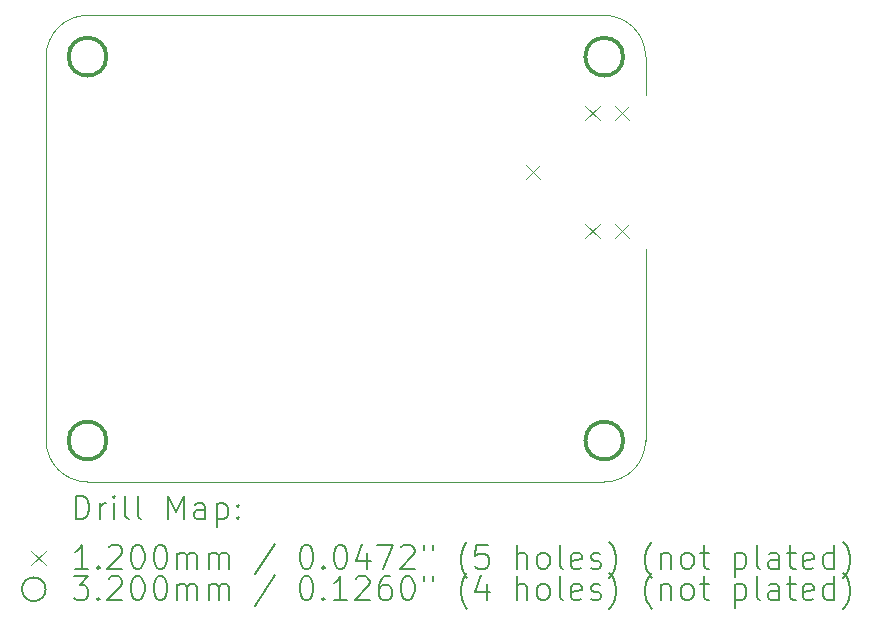
<source format=gbr>
%TF.GenerationSoftware,KiCad,Pcbnew,(6.0.7-1)-1*%
%TF.CreationDate,2022-08-15T15:41:15-06:00*%
%TF.ProjectId,bpf,6270662e-6b69-4636-9164-5f7063625858,1*%
%TF.SameCoordinates,Original*%
%TF.FileFunction,Drillmap*%
%TF.FilePolarity,Positive*%
%FSLAX45Y45*%
G04 Gerber Fmt 4.5, Leading zero omitted, Abs format (unit mm)*
G04 Created by KiCad (PCBNEW (6.0.7-1)-1) date 2022-08-15 15:41:15*
%MOMM*%
%LPD*%
G01*
G04 APERTURE LIST*
%ADD10C,0.100000*%
%ADD11C,0.200000*%
%ADD12C,0.120000*%
%ADD13C,0.320000*%
G04 APERTURE END LIST*
D10*
X12575000Y-9400000D02*
G75*
G03*
X12225000Y-9050000I-350000J0D01*
G01*
X12575000Y-9400000D02*
X12575000Y-9725000D01*
X7850000Y-13000000D02*
X12225000Y-13000000D01*
X7850000Y-9050000D02*
G75*
G03*
X7500000Y-9400000I0J-350000D01*
G01*
X12575000Y-11025000D02*
X12575000Y-12650000D01*
X12225000Y-13000000D02*
G75*
G03*
X12575000Y-12650000I0J350000D01*
G01*
X7500000Y-12650000D02*
G75*
G03*
X7850000Y-13000000I350000J0D01*
G01*
X12225000Y-9050000D02*
X7850000Y-9050000D01*
X7500000Y-9400000D02*
X7500000Y-12650000D01*
D11*
D12*
X11565000Y-10315000D02*
X11685000Y-10435000D01*
X11685000Y-10315000D02*
X11565000Y-10435000D01*
X12065000Y-9815000D02*
X12185000Y-9935000D01*
X12185000Y-9815000D02*
X12065000Y-9935000D01*
X12065000Y-10815000D02*
X12185000Y-10935000D01*
X12185000Y-10815000D02*
X12065000Y-10935000D01*
X12315000Y-9815000D02*
X12435000Y-9935000D01*
X12435000Y-9815000D02*
X12315000Y-9935000D01*
X12315000Y-10815000D02*
X12435000Y-10935000D01*
X12435000Y-10815000D02*
X12315000Y-10935000D01*
D13*
X8010000Y-9400000D02*
G75*
G03*
X8010000Y-9400000I-160000J0D01*
G01*
X8010000Y-12650000D02*
G75*
G03*
X8010000Y-12650000I-160000J0D01*
G01*
X12385000Y-9400000D02*
G75*
G03*
X12385000Y-9400000I-160000J0D01*
G01*
X12385000Y-12650000D02*
G75*
G03*
X12385000Y-12650000I-160000J0D01*
G01*
D11*
X7752619Y-13315476D02*
X7752619Y-13115476D01*
X7800238Y-13115476D01*
X7828809Y-13125000D01*
X7847857Y-13144048D01*
X7857381Y-13163095D01*
X7866905Y-13201190D01*
X7866905Y-13229762D01*
X7857381Y-13267857D01*
X7847857Y-13286905D01*
X7828809Y-13305952D01*
X7800238Y-13315476D01*
X7752619Y-13315476D01*
X7952619Y-13315476D02*
X7952619Y-13182143D01*
X7952619Y-13220238D02*
X7962143Y-13201190D01*
X7971667Y-13191667D01*
X7990714Y-13182143D01*
X8009762Y-13182143D01*
X8076428Y-13315476D02*
X8076428Y-13182143D01*
X8076428Y-13115476D02*
X8066905Y-13125000D01*
X8076428Y-13134524D01*
X8085952Y-13125000D01*
X8076428Y-13115476D01*
X8076428Y-13134524D01*
X8200238Y-13315476D02*
X8181190Y-13305952D01*
X8171667Y-13286905D01*
X8171667Y-13115476D01*
X8305000Y-13315476D02*
X8285952Y-13305952D01*
X8276428Y-13286905D01*
X8276428Y-13115476D01*
X8533571Y-13315476D02*
X8533571Y-13115476D01*
X8600238Y-13258333D01*
X8666905Y-13115476D01*
X8666905Y-13315476D01*
X8847857Y-13315476D02*
X8847857Y-13210714D01*
X8838333Y-13191667D01*
X8819286Y-13182143D01*
X8781190Y-13182143D01*
X8762143Y-13191667D01*
X8847857Y-13305952D02*
X8828810Y-13315476D01*
X8781190Y-13315476D01*
X8762143Y-13305952D01*
X8752619Y-13286905D01*
X8752619Y-13267857D01*
X8762143Y-13248809D01*
X8781190Y-13239286D01*
X8828810Y-13239286D01*
X8847857Y-13229762D01*
X8943095Y-13182143D02*
X8943095Y-13382143D01*
X8943095Y-13191667D02*
X8962143Y-13182143D01*
X9000238Y-13182143D01*
X9019286Y-13191667D01*
X9028810Y-13201190D01*
X9038333Y-13220238D01*
X9038333Y-13277381D01*
X9028810Y-13296428D01*
X9019286Y-13305952D01*
X9000238Y-13315476D01*
X8962143Y-13315476D01*
X8943095Y-13305952D01*
X9124048Y-13296428D02*
X9133571Y-13305952D01*
X9124048Y-13315476D01*
X9114524Y-13305952D01*
X9124048Y-13296428D01*
X9124048Y-13315476D01*
X9124048Y-13191667D02*
X9133571Y-13201190D01*
X9124048Y-13210714D01*
X9114524Y-13201190D01*
X9124048Y-13191667D01*
X9124048Y-13210714D01*
D12*
X7375000Y-13585000D02*
X7495000Y-13705000D01*
X7495000Y-13585000D02*
X7375000Y-13705000D01*
D11*
X7857381Y-13735476D02*
X7743095Y-13735476D01*
X7800238Y-13735476D02*
X7800238Y-13535476D01*
X7781190Y-13564048D01*
X7762143Y-13583095D01*
X7743095Y-13592619D01*
X7943095Y-13716428D02*
X7952619Y-13725952D01*
X7943095Y-13735476D01*
X7933571Y-13725952D01*
X7943095Y-13716428D01*
X7943095Y-13735476D01*
X8028809Y-13554524D02*
X8038333Y-13545000D01*
X8057381Y-13535476D01*
X8105000Y-13535476D01*
X8124048Y-13545000D01*
X8133571Y-13554524D01*
X8143095Y-13573571D01*
X8143095Y-13592619D01*
X8133571Y-13621190D01*
X8019286Y-13735476D01*
X8143095Y-13735476D01*
X8266905Y-13535476D02*
X8285952Y-13535476D01*
X8305000Y-13545000D01*
X8314524Y-13554524D01*
X8324048Y-13573571D01*
X8333571Y-13611667D01*
X8333571Y-13659286D01*
X8324048Y-13697381D01*
X8314524Y-13716428D01*
X8305000Y-13725952D01*
X8285952Y-13735476D01*
X8266905Y-13735476D01*
X8247857Y-13725952D01*
X8238333Y-13716428D01*
X8228809Y-13697381D01*
X8219286Y-13659286D01*
X8219286Y-13611667D01*
X8228809Y-13573571D01*
X8238333Y-13554524D01*
X8247857Y-13545000D01*
X8266905Y-13535476D01*
X8457381Y-13535476D02*
X8476429Y-13535476D01*
X8495476Y-13545000D01*
X8505000Y-13554524D01*
X8514524Y-13573571D01*
X8524048Y-13611667D01*
X8524048Y-13659286D01*
X8514524Y-13697381D01*
X8505000Y-13716428D01*
X8495476Y-13725952D01*
X8476429Y-13735476D01*
X8457381Y-13735476D01*
X8438333Y-13725952D01*
X8428810Y-13716428D01*
X8419286Y-13697381D01*
X8409762Y-13659286D01*
X8409762Y-13611667D01*
X8419286Y-13573571D01*
X8428810Y-13554524D01*
X8438333Y-13545000D01*
X8457381Y-13535476D01*
X8609762Y-13735476D02*
X8609762Y-13602143D01*
X8609762Y-13621190D02*
X8619286Y-13611667D01*
X8638333Y-13602143D01*
X8666905Y-13602143D01*
X8685952Y-13611667D01*
X8695476Y-13630714D01*
X8695476Y-13735476D01*
X8695476Y-13630714D02*
X8705000Y-13611667D01*
X8724048Y-13602143D01*
X8752619Y-13602143D01*
X8771667Y-13611667D01*
X8781190Y-13630714D01*
X8781190Y-13735476D01*
X8876429Y-13735476D02*
X8876429Y-13602143D01*
X8876429Y-13621190D02*
X8885952Y-13611667D01*
X8905000Y-13602143D01*
X8933571Y-13602143D01*
X8952619Y-13611667D01*
X8962143Y-13630714D01*
X8962143Y-13735476D01*
X8962143Y-13630714D02*
X8971667Y-13611667D01*
X8990714Y-13602143D01*
X9019286Y-13602143D01*
X9038333Y-13611667D01*
X9047857Y-13630714D01*
X9047857Y-13735476D01*
X9438333Y-13525952D02*
X9266905Y-13783095D01*
X9695476Y-13535476D02*
X9714524Y-13535476D01*
X9733571Y-13545000D01*
X9743095Y-13554524D01*
X9752619Y-13573571D01*
X9762143Y-13611667D01*
X9762143Y-13659286D01*
X9752619Y-13697381D01*
X9743095Y-13716428D01*
X9733571Y-13725952D01*
X9714524Y-13735476D01*
X9695476Y-13735476D01*
X9676429Y-13725952D01*
X9666905Y-13716428D01*
X9657381Y-13697381D01*
X9647857Y-13659286D01*
X9647857Y-13611667D01*
X9657381Y-13573571D01*
X9666905Y-13554524D01*
X9676429Y-13545000D01*
X9695476Y-13535476D01*
X9847857Y-13716428D02*
X9857381Y-13725952D01*
X9847857Y-13735476D01*
X9838333Y-13725952D01*
X9847857Y-13716428D01*
X9847857Y-13735476D01*
X9981190Y-13535476D02*
X10000238Y-13535476D01*
X10019286Y-13545000D01*
X10028810Y-13554524D01*
X10038333Y-13573571D01*
X10047857Y-13611667D01*
X10047857Y-13659286D01*
X10038333Y-13697381D01*
X10028810Y-13716428D01*
X10019286Y-13725952D01*
X10000238Y-13735476D01*
X9981190Y-13735476D01*
X9962143Y-13725952D01*
X9952619Y-13716428D01*
X9943095Y-13697381D01*
X9933571Y-13659286D01*
X9933571Y-13611667D01*
X9943095Y-13573571D01*
X9952619Y-13554524D01*
X9962143Y-13545000D01*
X9981190Y-13535476D01*
X10219286Y-13602143D02*
X10219286Y-13735476D01*
X10171667Y-13525952D02*
X10124048Y-13668809D01*
X10247857Y-13668809D01*
X10305000Y-13535476D02*
X10438333Y-13535476D01*
X10352619Y-13735476D01*
X10505000Y-13554524D02*
X10514524Y-13545000D01*
X10533571Y-13535476D01*
X10581190Y-13535476D01*
X10600238Y-13545000D01*
X10609762Y-13554524D01*
X10619286Y-13573571D01*
X10619286Y-13592619D01*
X10609762Y-13621190D01*
X10495476Y-13735476D01*
X10619286Y-13735476D01*
X10695476Y-13535476D02*
X10695476Y-13573571D01*
X10771667Y-13535476D02*
X10771667Y-13573571D01*
X11066905Y-13811667D02*
X11057381Y-13802143D01*
X11038333Y-13773571D01*
X11028810Y-13754524D01*
X11019286Y-13725952D01*
X11009762Y-13678333D01*
X11009762Y-13640238D01*
X11019286Y-13592619D01*
X11028810Y-13564048D01*
X11038333Y-13545000D01*
X11057381Y-13516428D01*
X11066905Y-13506905D01*
X11238333Y-13535476D02*
X11143095Y-13535476D01*
X11133571Y-13630714D01*
X11143095Y-13621190D01*
X11162143Y-13611667D01*
X11209762Y-13611667D01*
X11228809Y-13621190D01*
X11238333Y-13630714D01*
X11247857Y-13649762D01*
X11247857Y-13697381D01*
X11238333Y-13716428D01*
X11228809Y-13725952D01*
X11209762Y-13735476D01*
X11162143Y-13735476D01*
X11143095Y-13725952D01*
X11133571Y-13716428D01*
X11485952Y-13735476D02*
X11485952Y-13535476D01*
X11571667Y-13735476D02*
X11571667Y-13630714D01*
X11562143Y-13611667D01*
X11543095Y-13602143D01*
X11514524Y-13602143D01*
X11495476Y-13611667D01*
X11485952Y-13621190D01*
X11695476Y-13735476D02*
X11676428Y-13725952D01*
X11666905Y-13716428D01*
X11657381Y-13697381D01*
X11657381Y-13640238D01*
X11666905Y-13621190D01*
X11676428Y-13611667D01*
X11695476Y-13602143D01*
X11724048Y-13602143D01*
X11743095Y-13611667D01*
X11752619Y-13621190D01*
X11762143Y-13640238D01*
X11762143Y-13697381D01*
X11752619Y-13716428D01*
X11743095Y-13725952D01*
X11724048Y-13735476D01*
X11695476Y-13735476D01*
X11876428Y-13735476D02*
X11857381Y-13725952D01*
X11847857Y-13706905D01*
X11847857Y-13535476D01*
X12028809Y-13725952D02*
X12009762Y-13735476D01*
X11971667Y-13735476D01*
X11952619Y-13725952D01*
X11943095Y-13706905D01*
X11943095Y-13630714D01*
X11952619Y-13611667D01*
X11971667Y-13602143D01*
X12009762Y-13602143D01*
X12028809Y-13611667D01*
X12038333Y-13630714D01*
X12038333Y-13649762D01*
X11943095Y-13668809D01*
X12114524Y-13725952D02*
X12133571Y-13735476D01*
X12171667Y-13735476D01*
X12190714Y-13725952D01*
X12200238Y-13706905D01*
X12200238Y-13697381D01*
X12190714Y-13678333D01*
X12171667Y-13668809D01*
X12143095Y-13668809D01*
X12124048Y-13659286D01*
X12114524Y-13640238D01*
X12114524Y-13630714D01*
X12124048Y-13611667D01*
X12143095Y-13602143D01*
X12171667Y-13602143D01*
X12190714Y-13611667D01*
X12266905Y-13811667D02*
X12276428Y-13802143D01*
X12295476Y-13773571D01*
X12305000Y-13754524D01*
X12314524Y-13725952D01*
X12324048Y-13678333D01*
X12324048Y-13640238D01*
X12314524Y-13592619D01*
X12305000Y-13564048D01*
X12295476Y-13545000D01*
X12276428Y-13516428D01*
X12266905Y-13506905D01*
X12628809Y-13811667D02*
X12619286Y-13802143D01*
X12600238Y-13773571D01*
X12590714Y-13754524D01*
X12581190Y-13725952D01*
X12571667Y-13678333D01*
X12571667Y-13640238D01*
X12581190Y-13592619D01*
X12590714Y-13564048D01*
X12600238Y-13545000D01*
X12619286Y-13516428D01*
X12628809Y-13506905D01*
X12705000Y-13602143D02*
X12705000Y-13735476D01*
X12705000Y-13621190D02*
X12714524Y-13611667D01*
X12733571Y-13602143D01*
X12762143Y-13602143D01*
X12781190Y-13611667D01*
X12790714Y-13630714D01*
X12790714Y-13735476D01*
X12914524Y-13735476D02*
X12895476Y-13725952D01*
X12885952Y-13716428D01*
X12876428Y-13697381D01*
X12876428Y-13640238D01*
X12885952Y-13621190D01*
X12895476Y-13611667D01*
X12914524Y-13602143D01*
X12943095Y-13602143D01*
X12962143Y-13611667D01*
X12971667Y-13621190D01*
X12981190Y-13640238D01*
X12981190Y-13697381D01*
X12971667Y-13716428D01*
X12962143Y-13725952D01*
X12943095Y-13735476D01*
X12914524Y-13735476D01*
X13038333Y-13602143D02*
X13114524Y-13602143D01*
X13066905Y-13535476D02*
X13066905Y-13706905D01*
X13076428Y-13725952D01*
X13095476Y-13735476D01*
X13114524Y-13735476D01*
X13333571Y-13602143D02*
X13333571Y-13802143D01*
X13333571Y-13611667D02*
X13352619Y-13602143D01*
X13390714Y-13602143D01*
X13409762Y-13611667D01*
X13419286Y-13621190D01*
X13428809Y-13640238D01*
X13428809Y-13697381D01*
X13419286Y-13716428D01*
X13409762Y-13725952D01*
X13390714Y-13735476D01*
X13352619Y-13735476D01*
X13333571Y-13725952D01*
X13543095Y-13735476D02*
X13524048Y-13725952D01*
X13514524Y-13706905D01*
X13514524Y-13535476D01*
X13705000Y-13735476D02*
X13705000Y-13630714D01*
X13695476Y-13611667D01*
X13676428Y-13602143D01*
X13638333Y-13602143D01*
X13619286Y-13611667D01*
X13705000Y-13725952D02*
X13685952Y-13735476D01*
X13638333Y-13735476D01*
X13619286Y-13725952D01*
X13609762Y-13706905D01*
X13609762Y-13687857D01*
X13619286Y-13668809D01*
X13638333Y-13659286D01*
X13685952Y-13659286D01*
X13705000Y-13649762D01*
X13771667Y-13602143D02*
X13847857Y-13602143D01*
X13800238Y-13535476D02*
X13800238Y-13706905D01*
X13809762Y-13725952D01*
X13828809Y-13735476D01*
X13847857Y-13735476D01*
X13990714Y-13725952D02*
X13971667Y-13735476D01*
X13933571Y-13735476D01*
X13914524Y-13725952D01*
X13905000Y-13706905D01*
X13905000Y-13630714D01*
X13914524Y-13611667D01*
X13933571Y-13602143D01*
X13971667Y-13602143D01*
X13990714Y-13611667D01*
X14000238Y-13630714D01*
X14000238Y-13649762D01*
X13905000Y-13668809D01*
X14171667Y-13735476D02*
X14171667Y-13535476D01*
X14171667Y-13725952D02*
X14152619Y-13735476D01*
X14114524Y-13735476D01*
X14095476Y-13725952D01*
X14085952Y-13716428D01*
X14076428Y-13697381D01*
X14076428Y-13640238D01*
X14085952Y-13621190D01*
X14095476Y-13611667D01*
X14114524Y-13602143D01*
X14152619Y-13602143D01*
X14171667Y-13611667D01*
X14247857Y-13811667D02*
X14257381Y-13802143D01*
X14276428Y-13773571D01*
X14285952Y-13754524D01*
X14295476Y-13725952D01*
X14305000Y-13678333D01*
X14305000Y-13640238D01*
X14295476Y-13592619D01*
X14285952Y-13564048D01*
X14276428Y-13545000D01*
X14257381Y-13516428D01*
X14247857Y-13506905D01*
X7495000Y-13909000D02*
G75*
G03*
X7495000Y-13909000I-100000J0D01*
G01*
X7733571Y-13799476D02*
X7857381Y-13799476D01*
X7790714Y-13875667D01*
X7819286Y-13875667D01*
X7838333Y-13885190D01*
X7847857Y-13894714D01*
X7857381Y-13913762D01*
X7857381Y-13961381D01*
X7847857Y-13980428D01*
X7838333Y-13989952D01*
X7819286Y-13999476D01*
X7762143Y-13999476D01*
X7743095Y-13989952D01*
X7733571Y-13980428D01*
X7943095Y-13980428D02*
X7952619Y-13989952D01*
X7943095Y-13999476D01*
X7933571Y-13989952D01*
X7943095Y-13980428D01*
X7943095Y-13999476D01*
X8028809Y-13818524D02*
X8038333Y-13809000D01*
X8057381Y-13799476D01*
X8105000Y-13799476D01*
X8124048Y-13809000D01*
X8133571Y-13818524D01*
X8143095Y-13837571D01*
X8143095Y-13856619D01*
X8133571Y-13885190D01*
X8019286Y-13999476D01*
X8143095Y-13999476D01*
X8266905Y-13799476D02*
X8285952Y-13799476D01*
X8305000Y-13809000D01*
X8314524Y-13818524D01*
X8324048Y-13837571D01*
X8333571Y-13875667D01*
X8333571Y-13923286D01*
X8324048Y-13961381D01*
X8314524Y-13980428D01*
X8305000Y-13989952D01*
X8285952Y-13999476D01*
X8266905Y-13999476D01*
X8247857Y-13989952D01*
X8238333Y-13980428D01*
X8228809Y-13961381D01*
X8219286Y-13923286D01*
X8219286Y-13875667D01*
X8228809Y-13837571D01*
X8238333Y-13818524D01*
X8247857Y-13809000D01*
X8266905Y-13799476D01*
X8457381Y-13799476D02*
X8476429Y-13799476D01*
X8495476Y-13809000D01*
X8505000Y-13818524D01*
X8514524Y-13837571D01*
X8524048Y-13875667D01*
X8524048Y-13923286D01*
X8514524Y-13961381D01*
X8505000Y-13980428D01*
X8495476Y-13989952D01*
X8476429Y-13999476D01*
X8457381Y-13999476D01*
X8438333Y-13989952D01*
X8428810Y-13980428D01*
X8419286Y-13961381D01*
X8409762Y-13923286D01*
X8409762Y-13875667D01*
X8419286Y-13837571D01*
X8428810Y-13818524D01*
X8438333Y-13809000D01*
X8457381Y-13799476D01*
X8609762Y-13999476D02*
X8609762Y-13866143D01*
X8609762Y-13885190D02*
X8619286Y-13875667D01*
X8638333Y-13866143D01*
X8666905Y-13866143D01*
X8685952Y-13875667D01*
X8695476Y-13894714D01*
X8695476Y-13999476D01*
X8695476Y-13894714D02*
X8705000Y-13875667D01*
X8724048Y-13866143D01*
X8752619Y-13866143D01*
X8771667Y-13875667D01*
X8781190Y-13894714D01*
X8781190Y-13999476D01*
X8876429Y-13999476D02*
X8876429Y-13866143D01*
X8876429Y-13885190D02*
X8885952Y-13875667D01*
X8905000Y-13866143D01*
X8933571Y-13866143D01*
X8952619Y-13875667D01*
X8962143Y-13894714D01*
X8962143Y-13999476D01*
X8962143Y-13894714D02*
X8971667Y-13875667D01*
X8990714Y-13866143D01*
X9019286Y-13866143D01*
X9038333Y-13875667D01*
X9047857Y-13894714D01*
X9047857Y-13999476D01*
X9438333Y-13789952D02*
X9266905Y-14047095D01*
X9695476Y-13799476D02*
X9714524Y-13799476D01*
X9733571Y-13809000D01*
X9743095Y-13818524D01*
X9752619Y-13837571D01*
X9762143Y-13875667D01*
X9762143Y-13923286D01*
X9752619Y-13961381D01*
X9743095Y-13980428D01*
X9733571Y-13989952D01*
X9714524Y-13999476D01*
X9695476Y-13999476D01*
X9676429Y-13989952D01*
X9666905Y-13980428D01*
X9657381Y-13961381D01*
X9647857Y-13923286D01*
X9647857Y-13875667D01*
X9657381Y-13837571D01*
X9666905Y-13818524D01*
X9676429Y-13809000D01*
X9695476Y-13799476D01*
X9847857Y-13980428D02*
X9857381Y-13989952D01*
X9847857Y-13999476D01*
X9838333Y-13989952D01*
X9847857Y-13980428D01*
X9847857Y-13999476D01*
X10047857Y-13999476D02*
X9933571Y-13999476D01*
X9990714Y-13999476D02*
X9990714Y-13799476D01*
X9971667Y-13828048D01*
X9952619Y-13847095D01*
X9933571Y-13856619D01*
X10124048Y-13818524D02*
X10133571Y-13809000D01*
X10152619Y-13799476D01*
X10200238Y-13799476D01*
X10219286Y-13809000D01*
X10228810Y-13818524D01*
X10238333Y-13837571D01*
X10238333Y-13856619D01*
X10228810Y-13885190D01*
X10114524Y-13999476D01*
X10238333Y-13999476D01*
X10409762Y-13799476D02*
X10371667Y-13799476D01*
X10352619Y-13809000D01*
X10343095Y-13818524D01*
X10324048Y-13847095D01*
X10314524Y-13885190D01*
X10314524Y-13961381D01*
X10324048Y-13980428D01*
X10333571Y-13989952D01*
X10352619Y-13999476D01*
X10390714Y-13999476D01*
X10409762Y-13989952D01*
X10419286Y-13980428D01*
X10428810Y-13961381D01*
X10428810Y-13913762D01*
X10419286Y-13894714D01*
X10409762Y-13885190D01*
X10390714Y-13875667D01*
X10352619Y-13875667D01*
X10333571Y-13885190D01*
X10324048Y-13894714D01*
X10314524Y-13913762D01*
X10552619Y-13799476D02*
X10571667Y-13799476D01*
X10590714Y-13809000D01*
X10600238Y-13818524D01*
X10609762Y-13837571D01*
X10619286Y-13875667D01*
X10619286Y-13923286D01*
X10609762Y-13961381D01*
X10600238Y-13980428D01*
X10590714Y-13989952D01*
X10571667Y-13999476D01*
X10552619Y-13999476D01*
X10533571Y-13989952D01*
X10524048Y-13980428D01*
X10514524Y-13961381D01*
X10505000Y-13923286D01*
X10505000Y-13875667D01*
X10514524Y-13837571D01*
X10524048Y-13818524D01*
X10533571Y-13809000D01*
X10552619Y-13799476D01*
X10695476Y-13799476D02*
X10695476Y-13837571D01*
X10771667Y-13799476D02*
X10771667Y-13837571D01*
X11066905Y-14075667D02*
X11057381Y-14066143D01*
X11038333Y-14037571D01*
X11028810Y-14018524D01*
X11019286Y-13989952D01*
X11009762Y-13942333D01*
X11009762Y-13904238D01*
X11019286Y-13856619D01*
X11028810Y-13828048D01*
X11038333Y-13809000D01*
X11057381Y-13780428D01*
X11066905Y-13770905D01*
X11228809Y-13866143D02*
X11228809Y-13999476D01*
X11181190Y-13789952D02*
X11133571Y-13932809D01*
X11257381Y-13932809D01*
X11485952Y-13999476D02*
X11485952Y-13799476D01*
X11571667Y-13999476D02*
X11571667Y-13894714D01*
X11562143Y-13875667D01*
X11543095Y-13866143D01*
X11514524Y-13866143D01*
X11495476Y-13875667D01*
X11485952Y-13885190D01*
X11695476Y-13999476D02*
X11676428Y-13989952D01*
X11666905Y-13980428D01*
X11657381Y-13961381D01*
X11657381Y-13904238D01*
X11666905Y-13885190D01*
X11676428Y-13875667D01*
X11695476Y-13866143D01*
X11724048Y-13866143D01*
X11743095Y-13875667D01*
X11752619Y-13885190D01*
X11762143Y-13904238D01*
X11762143Y-13961381D01*
X11752619Y-13980428D01*
X11743095Y-13989952D01*
X11724048Y-13999476D01*
X11695476Y-13999476D01*
X11876428Y-13999476D02*
X11857381Y-13989952D01*
X11847857Y-13970905D01*
X11847857Y-13799476D01*
X12028809Y-13989952D02*
X12009762Y-13999476D01*
X11971667Y-13999476D01*
X11952619Y-13989952D01*
X11943095Y-13970905D01*
X11943095Y-13894714D01*
X11952619Y-13875667D01*
X11971667Y-13866143D01*
X12009762Y-13866143D01*
X12028809Y-13875667D01*
X12038333Y-13894714D01*
X12038333Y-13913762D01*
X11943095Y-13932809D01*
X12114524Y-13989952D02*
X12133571Y-13999476D01*
X12171667Y-13999476D01*
X12190714Y-13989952D01*
X12200238Y-13970905D01*
X12200238Y-13961381D01*
X12190714Y-13942333D01*
X12171667Y-13932809D01*
X12143095Y-13932809D01*
X12124048Y-13923286D01*
X12114524Y-13904238D01*
X12114524Y-13894714D01*
X12124048Y-13875667D01*
X12143095Y-13866143D01*
X12171667Y-13866143D01*
X12190714Y-13875667D01*
X12266905Y-14075667D02*
X12276428Y-14066143D01*
X12295476Y-14037571D01*
X12305000Y-14018524D01*
X12314524Y-13989952D01*
X12324048Y-13942333D01*
X12324048Y-13904238D01*
X12314524Y-13856619D01*
X12305000Y-13828048D01*
X12295476Y-13809000D01*
X12276428Y-13780428D01*
X12266905Y-13770905D01*
X12628809Y-14075667D02*
X12619286Y-14066143D01*
X12600238Y-14037571D01*
X12590714Y-14018524D01*
X12581190Y-13989952D01*
X12571667Y-13942333D01*
X12571667Y-13904238D01*
X12581190Y-13856619D01*
X12590714Y-13828048D01*
X12600238Y-13809000D01*
X12619286Y-13780428D01*
X12628809Y-13770905D01*
X12705000Y-13866143D02*
X12705000Y-13999476D01*
X12705000Y-13885190D02*
X12714524Y-13875667D01*
X12733571Y-13866143D01*
X12762143Y-13866143D01*
X12781190Y-13875667D01*
X12790714Y-13894714D01*
X12790714Y-13999476D01*
X12914524Y-13999476D02*
X12895476Y-13989952D01*
X12885952Y-13980428D01*
X12876428Y-13961381D01*
X12876428Y-13904238D01*
X12885952Y-13885190D01*
X12895476Y-13875667D01*
X12914524Y-13866143D01*
X12943095Y-13866143D01*
X12962143Y-13875667D01*
X12971667Y-13885190D01*
X12981190Y-13904238D01*
X12981190Y-13961381D01*
X12971667Y-13980428D01*
X12962143Y-13989952D01*
X12943095Y-13999476D01*
X12914524Y-13999476D01*
X13038333Y-13866143D02*
X13114524Y-13866143D01*
X13066905Y-13799476D02*
X13066905Y-13970905D01*
X13076428Y-13989952D01*
X13095476Y-13999476D01*
X13114524Y-13999476D01*
X13333571Y-13866143D02*
X13333571Y-14066143D01*
X13333571Y-13875667D02*
X13352619Y-13866143D01*
X13390714Y-13866143D01*
X13409762Y-13875667D01*
X13419286Y-13885190D01*
X13428809Y-13904238D01*
X13428809Y-13961381D01*
X13419286Y-13980428D01*
X13409762Y-13989952D01*
X13390714Y-13999476D01*
X13352619Y-13999476D01*
X13333571Y-13989952D01*
X13543095Y-13999476D02*
X13524048Y-13989952D01*
X13514524Y-13970905D01*
X13514524Y-13799476D01*
X13705000Y-13999476D02*
X13705000Y-13894714D01*
X13695476Y-13875667D01*
X13676428Y-13866143D01*
X13638333Y-13866143D01*
X13619286Y-13875667D01*
X13705000Y-13989952D02*
X13685952Y-13999476D01*
X13638333Y-13999476D01*
X13619286Y-13989952D01*
X13609762Y-13970905D01*
X13609762Y-13951857D01*
X13619286Y-13932809D01*
X13638333Y-13923286D01*
X13685952Y-13923286D01*
X13705000Y-13913762D01*
X13771667Y-13866143D02*
X13847857Y-13866143D01*
X13800238Y-13799476D02*
X13800238Y-13970905D01*
X13809762Y-13989952D01*
X13828809Y-13999476D01*
X13847857Y-13999476D01*
X13990714Y-13989952D02*
X13971667Y-13999476D01*
X13933571Y-13999476D01*
X13914524Y-13989952D01*
X13905000Y-13970905D01*
X13905000Y-13894714D01*
X13914524Y-13875667D01*
X13933571Y-13866143D01*
X13971667Y-13866143D01*
X13990714Y-13875667D01*
X14000238Y-13894714D01*
X14000238Y-13913762D01*
X13905000Y-13932809D01*
X14171667Y-13999476D02*
X14171667Y-13799476D01*
X14171667Y-13989952D02*
X14152619Y-13999476D01*
X14114524Y-13999476D01*
X14095476Y-13989952D01*
X14085952Y-13980428D01*
X14076428Y-13961381D01*
X14076428Y-13904238D01*
X14085952Y-13885190D01*
X14095476Y-13875667D01*
X14114524Y-13866143D01*
X14152619Y-13866143D01*
X14171667Y-13875667D01*
X14247857Y-14075667D02*
X14257381Y-14066143D01*
X14276428Y-14037571D01*
X14285952Y-14018524D01*
X14295476Y-13989952D01*
X14305000Y-13942333D01*
X14305000Y-13904238D01*
X14295476Y-13856619D01*
X14285952Y-13828048D01*
X14276428Y-13809000D01*
X14257381Y-13780428D01*
X14247857Y-13770905D01*
M02*

</source>
